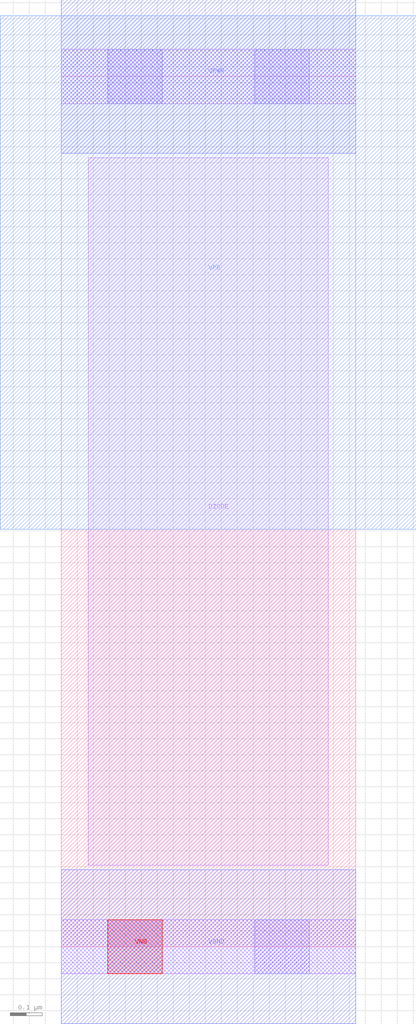
<source format=lef>
VERSION 5.7 ;
  NOWIREEXTENSIONATPIN ON ;
  DIVIDERCHAR "/" ;
  BUSBITCHARS "[]" ;
MACRO sky130_ef_sc_hd__fakediode_2
  CLASS CORE SPACER ;
  FOREIGN sky130_ef_sc_hd__fakediode_2 ;
  ORIGIN  0.000000  0.000000 ;
  SIZE  0.920000 BY  2.720000 ;
  SYMMETRY X Y R90 ;
  SITE unithd ;
  PIN DIODE
    DIRECTION INPUT ;
    USE SIGNAL ;
    PORT
      LAYER li1 ;
        RECT 0.085000 0.255000 0.835000 2.465000 ;
    END
  END DIODE
  PIN VGND
    DIRECTION INOUT ;
    SHAPE ABUTMENT ;
    USE GROUND ;
    PORT
      LAYER met1 ;
        RECT 0.000000 -0.240000 0.920000 0.240000 ;
    END
  END VGND
  PIN VNB
    DIRECTION INOUT ;
    USE GROUND ;
    PORT
      LAYER pwell ;
        RECT 0.145000 -0.085000 0.315000 0.085000 ;
    END
  END VNB
  PIN VPB
    DIRECTION INOUT ;
    USE POWER ;
    PORT
      LAYER nwell ;
        RECT -0.190000 1.305000 1.110000 2.910000 ;
    END
  END VPB
  PIN VPWR
    DIRECTION INOUT ;
    SHAPE ABUTMENT ;
    USE POWER ;
    PORT
      LAYER met1 ;
        RECT 0.000000 2.480000 0.920000 2.960000 ;
    END
  END VPWR
  OBS
    LAYER li1 ;
      RECT 0.000000 -0.085000 0.920000 0.085000 ;
      RECT 0.000000  2.635000 0.920000 2.805000 ;
    LAYER mcon ;
      RECT 0.145000 -0.085000 0.315000 0.085000 ;
      RECT 0.145000  2.635000 0.315000 2.805000 ;
      RECT 0.605000 -0.085000 0.775000 0.085000 ;
      RECT 0.605000  2.635000 0.775000 2.805000 ;
  END
END sky130_ef_sc_hd__fakediode_2
END LIBRARY

</source>
